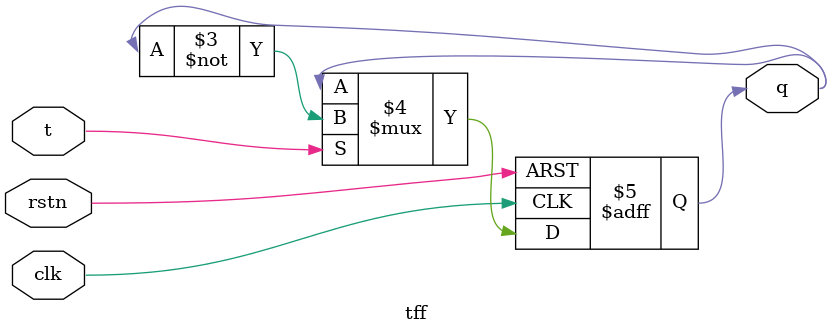
<source format=v>
module tff (
  input clk,
  input rstn,
  input t,
  output reg q
);

  always @(posedge clk or negedge rstn) begin
    if (!rstn) begin
      q <= 1'b0;
    end else begin
      q <= t ? ~q : q;
    end
  end

endmodule

</source>
